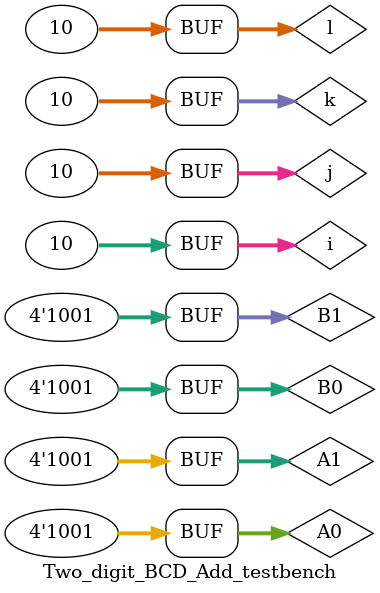
<source format=sv>
module Two_digit_BCD_Add(A1, A0, B1, B0, Sum0, Sum1, Sum2);
	input [3:0] A1, A0, B0, B1;
	output [3:0] Sum0, Sum1, Sum2;
	logic [3:0]Carry; 
	reg Cin;
	//assign Carry = Carry[0];
	assign Cin = 0;
	BCD_Add ADD1(A0, B0, Cin, Sum0, Carry);
	BCD_Add ADD2(A1, B1, Carry, Sum1, Sum2);
endmodule

module Two_digit_BCD_Add_testbench;

	logic [3:0] A1, A0, B0, B1;
	logic [3:0] Sum0, Sum1, Sum2;
	
	Two_digit_BCD_Add dut(A1, A0, B1, B0, Sum0, Sum1, Sum2);
	integer i, j, k, l;
	initial begin 
	
		for (i = 0; i < 10; i++) begin
			A1 = i;
			#10;
			for (j = 0; j < 10; j++) begin
				A0 = j;
				#10;
				for (k = 0; k < 10; k++) begin
					B1 = k;
					#10;
					for (l = 0; l < 10; l++) begin
						B0 = l;
						#10;

						$display("A1, A0, B1, B0, Sum2, Sum1, Sum0");
						$monitor("%d, %d, %d, %d, %d, %d, %d",A1, A0, B1, B0, Sum2, Sum1, Sum0);
						#10;
					end	
				end	
			end	
		end	
	end
endmodule	
</source>
